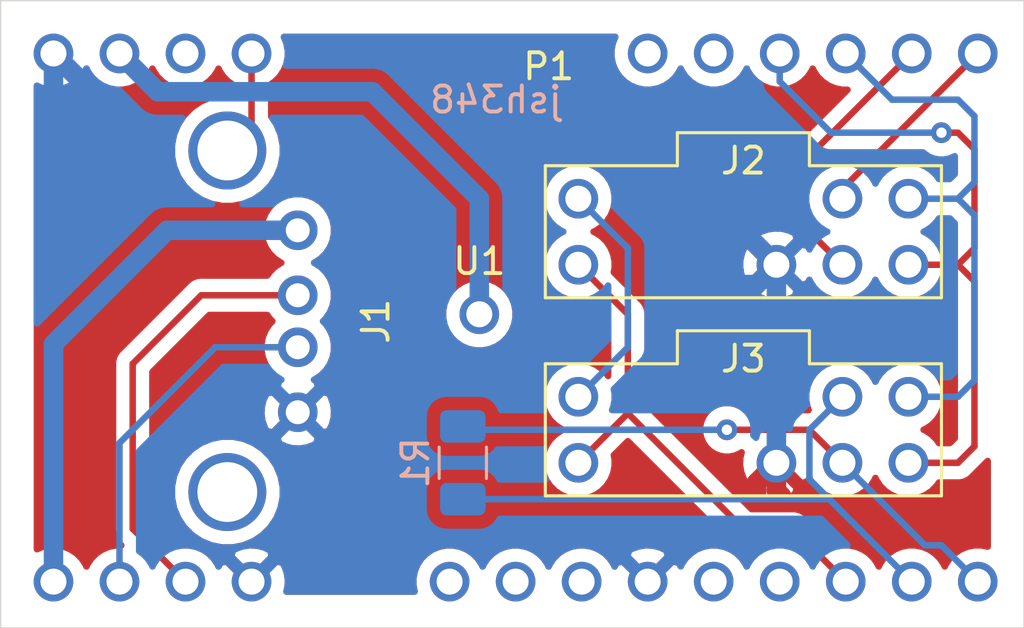
<source format=kicad_pcb>
(kicad_pcb (version 20171130) (host pcbnew "(5.1.0)-1")

  (general
    (thickness 1.6)
    (drawings 5)
    (tracks 81)
    (zones 0)
    (modules 6)
    (nets 15)
  )

  (page A4)
  (layers
    (0 F.Cu signal)
    (31 B.Cu signal)
    (32 B.Adhes user)
    (33 F.Adhes user)
    (34 B.Paste user)
    (35 F.Paste user)
    (36 B.SilkS user)
    (37 F.SilkS user)
    (38 B.Mask user)
    (39 F.Mask user)
    (40 Dwgs.User user)
    (41 Cmts.User user)
    (42 Eco1.User user)
    (43 Eco2.User user)
    (44 Edge.Cuts user)
    (45 Margin user)
    (46 B.CrtYd user)
    (47 F.CrtYd user)
    (48 B.Fab user)
    (49 F.Fab user)
  )

  (setup
    (last_trace_width 0.25)
    (user_trace_width 0.5)
    (user_trace_width 0.75)
    (trace_clearance 0.2)
    (zone_clearance 0.508)
    (zone_45_only no)
    (trace_min 0.2)
    (via_size 0.8)
    (via_drill 0.4)
    (via_min_size 0.4)
    (via_min_drill 0.3)
    (uvia_size 0.3)
    (uvia_drill 0.1)
    (uvias_allowed no)
    (uvia_min_size 0.2)
    (uvia_min_drill 0.1)
    (edge_width 0.05)
    (segment_width 0.2)
    (pcb_text_width 0.3)
    (pcb_text_size 1.5 1.5)
    (mod_edge_width 0.12)
    (mod_text_size 1 1)
    (mod_text_width 0.15)
    (pad_size 1.524 1.524)
    (pad_drill 0.762)
    (pad_to_mask_clearance 0.051)
    (solder_mask_min_width 0.25)
    (aux_axis_origin 0 0)
    (visible_elements 7FFFFFFF)
    (pcbplotparams
      (layerselection 0x010f0_ffffffff)
      (usegerberextensions false)
      (usegerberattributes false)
      (usegerberadvancedattributes false)
      (creategerberjobfile false)
      (excludeedgelayer true)
      (linewidth 0.100000)
      (plotframeref false)
      (viasonmask false)
      (mode 1)
      (useauxorigin false)
      (hpglpennumber 1)
      (hpglpenspeed 20)
      (hpglpendiameter 15.000000)
      (psnegative false)
      (psa4output false)
      (plotreference true)
      (plotvalue true)
      (plotinvisibletext false)
      (padsonsilk false)
      (subtractmaskfromsilk false)
      (outputformat 1)
      (mirror false)
      (drillshape 0)
      (scaleselection 1)
      (outputdirectory "Gerber/"))
  )

  (net 0 "")
  (net 1 /GND)
  (net 2 "Net-(J1-Pad3)")
  (net 3 "Net-(J1-Pad2)")
  (net 4 "Net-(J1-Pad1)")
  (net 5 /DFU)
  (net 6 /HTR)
  (net 7 /CAN1_H)
  (net 8 /CAN2_H)
  (net 9 /IGN)
  (net 10 /CAN1_L)
  (net 11 /CAN2_L)
  (net 12 /CAN1_L')
  (net 13 /CAN1_H')
  (net 14 /12VIN)

  (net_class Default "This is the default net class."
    (clearance 0.2)
    (trace_width 0.25)
    (via_dia 0.8)
    (via_drill 0.4)
    (uvia_dia 0.3)
    (uvia_drill 0.1)
    (add_net /12VIN)
    (add_net /CAN1_H)
    (add_net /CAN1_H')
    (add_net /CAN1_L)
    (add_net /CAN1_L')
    (add_net /CAN2_H)
    (add_net /CAN2_L)
    (add_net /DFU)
    (add_net /GND)
    (add_net /HTR)
    (add_net /IGN)
    (add_net "Net-(J1-Pad1)")
    (add_net "Net-(J1-Pad2)")
    (add_net "Net-(J1-Pad3)")
  )

  (module giraffe:panda (layer F.Cu) (tedit 5D3A0CF3) (tstamp 5D39FA90)
    (at 62.992 108.712)
    (path /5D39E9B2)
    (fp_text reference P1 (at 19.05 -19.82) (layer F.SilkS)
      (effects (font (size 1 1) (thickness 0.15)))
    )
    (fp_text value panda (at 19.05 -20.82) (layer F.Fab)
      (effects (font (size 1 1) (thickness 0.15)))
    )
    (pad 23 thru_hole circle (at 35.56 -20.32) (size 1.524 1.524) (drill 1) (layers *.Cu *.Mask)
      (net 7 /CAN1_H))
    (pad 22 thru_hole circle (at 33.02 -20.32) (size 1.524 1.524) (drill 1) (layers *.Cu *.Mask)
      (net 10 /CAN1_L))
    (pad 21 thru_hole circle (at 30.48 -20.32) (size 1.524 1.524) (drill 1) (layers *.Cu *.Mask)
      (net 8 /CAN2_H))
    (pad 20 thru_hole circle (at 27.94 -20.32) (size 1.524 1.524) (drill 1) (layers *.Cu *.Mask)
      (net 11 /CAN2_L))
    (pad 19 thru_hole circle (at 25.4 -20.32) (size 1.524 1.524) (drill 1) (layers *.Cu *.Mask))
    (pad 18 thru_hole circle (at 22.86 -20.32) (size 1.524 1.524) (drill 1) (layers *.Cu *.Mask))
    (pad 17 thru_hole circle (at 7.62 -20.32) (size 1.524 1.524) (drill 1) (layers *.Cu *.Mask)
      (net 5 /DFU))
    (pad 16 thru_hole circle (at 5.08 -20.32) (size 1.524 1.524) (drill 1) (layers *.Cu *.Mask))
    (pad 15 thru_hole circle (at 2.54 -20.32) (size 1.524 1.524) (drill 1) (layers *.Cu *.Mask)
      (net 14 /12VIN))
    (pad 14 thru_hole circle (at 0 -20.32) (size 1.524 1.524) (drill 1) (layers *.Cu *.Mask)
      (net 1 /GND))
    (pad 13 thru_hole circle (at 35.56 0) (size 1.524 1.524) (drill 1) (layers *.Cu *.Mask)
      (net 12 /CAN1_L'))
    (pad 12 thru_hole circle (at 33.02 0) (size 1.524 1.524) (drill 1) (layers *.Cu *.Mask)
      (net 13 /CAN1_H'))
    (pad 11 thru_hole circle (at 30.48 0) (size 1.524 1.524) (drill 1) (layers *.Cu *.Mask)
      (net 9 /IGN))
    (pad 10 thru_hole circle (at 27.94 0) (size 1.524 1.524) (drill 1) (layers *.Cu *.Mask))
    (pad 9 thru_hole circle (at 25.4 0) (size 1.524 1.524) (drill 1) (layers *.Cu *.Mask))
    (pad 8 thru_hole circle (at 22.86 0) (size 1.524 1.524) (drill 1) (layers *.Cu *.Mask)
      (net 1 /GND))
    (pad 7 thru_hole circle (at 20.32 0) (size 1.524 1.524) (drill 1) (layers *.Cu *.Mask))
    (pad 6 thru_hole circle (at 17.78 0) (size 1.524 1.524) (drill 1) (layers *.Cu *.Mask))
    (pad 5 thru_hole circle (at 15.24 0) (size 1.524 1.524) (drill 1) (layers *.Cu *.Mask))
    (pad 4 thru_hole circle (at 7.62 0) (size 1.524 1.524) (drill 1) (layers *.Cu *.Mask)
      (net 1 /GND))
    (pad 3 thru_hole circle (at 5.08 0) (size 1.524 1.524) (drill 1) (layers *.Cu *.Mask)
      (net 3 "Net-(J1-Pad2)"))
    (pad 2 thru_hole circle (at 2.54 0) (size 1.524 1.524) (drill 1) (layers *.Cu *.Mask)
      (net 2 "Net-(J1-Pad3)"))
    (pad 1 thru_hole circle (at 0 0) (size 1.524 1.524) (drill 1) (layers *.Cu *.Mask)
      (net 4 "Net-(J1-Pad1)"))
  )

  (module giraffe:12VIN (layer F.Cu) (tedit 5D3A05A2) (tstamp 5D3A2871)
    (at 79.375 98.425)
    (path /5D3CE919)
    (fp_text reference U1 (at 0 -2.04) (layer F.SilkS)
      (effects (font (size 1 1) (thickness 0.15)))
    )
    (fp_text value Power (at 0 -3.04) (layer F.Fab)
      (effects (font (size 1 1) (thickness 0.15)))
    )
    (pad ~ thru_hole circle (at 0 0) (size 1.524 1.524) (drill 1) (layers *.Cu *.Mask)
      (net 14 /12VIN))
  )

  (module giraffe:MobilEye (layer F.Cu) (tedit 5D39FE6A) (tstamp 5D39FA75)
    (at 89.535 104.14)
    (path /5D3A3B5E)
    (fp_text reference J3 (at 0 -4) (layer F.SilkS)
      (effects (font (size 1 1) (thickness 0.15)))
    )
    (fp_text value MOBILEEYE (at 0 -6) (layer F.Fab) hide
      (effects (font (size 1 1) (thickness 0.15)))
    )
    (fp_line (start 7.62 1.27) (end -7.62 1.27) (layer F.SilkS) (width 0.12))
    (fp_line (start 7.62 -3.81) (end 7.62 1.27) (layer F.SilkS) (width 0.12))
    (fp_line (start 2.54 -3.81) (end 7.62 -3.81) (layer F.SilkS) (width 0.12))
    (fp_line (start 2.54 -5.08) (end 2.54 -3.81) (layer F.SilkS) (width 0.12))
    (fp_line (start -2.54 -5.08) (end 2.54 -5.08) (layer F.SilkS) (width 0.12))
    (fp_line (start -2.54 -3.81) (end -2.54 -5.08) (layer F.SilkS) (width 0.12))
    (fp_line (start -7.62 -3.81) (end -2.54 -3.81) (layer F.SilkS) (width 0.12))
    (fp_line (start -7.62 1.27) (end -7.62 -3.81) (layer F.SilkS) (width 0.12))
    (pad 12 thru_hole circle (at 6.35 0) (size 1.524 1.524) (drill 1) (layers *.Cu *.Mask)
      (net 11 /CAN2_L))
    (pad 11 thru_hole circle (at 3.81 0) (size 1.524 1.524) (drill 1) (layers *.Cu *.Mask)
      (net 12 /CAN1_L'))
    (pad 10 thru_hole circle (at 1.27 0) (size 1.524 1.524) (drill 1) (layers *.Cu *.Mask)
      (net 1 /GND))
    (pad 7 thru_hole circle (at -6.35 0) (size 1.524 1.524) (drill 1) (layers *.Cu *.Mask)
      (net 9 /IGN))
    (pad 6 thru_hole circle (at 6.35 -2.54) (size 1.524 1.524) (drill 1) (layers *.Cu *.Mask)
      (net 8 /CAN2_H))
    (pad 5 thru_hole circle (at 3.81 -2.54) (size 1.524 1.524) (drill 1) (layers *.Cu *.Mask)
      (net 13 /CAN1_H'))
    (pad 1 thru_hole circle (at -6.35 -2.54) (size 1.524 1.524) (drill 1) (layers *.Cu *.Mask)
      (net 6 /HTR))
  )

  (module giraffe:MobilEye (layer F.Cu) (tedit 5D39FE6A) (tstamp 5D39FA65)
    (at 89.535 96.52)
    (path /5D3A2FFC)
    (fp_text reference J2 (at 0 -4) (layer F.SilkS)
      (effects (font (size 1 1) (thickness 0.15)))
    )
    (fp_text value MOBILEEYE (at 0 -6) (layer F.Fab) hide
      (effects (font (size 1 1) (thickness 0.15)))
    )
    (fp_line (start 7.62 1.27) (end -7.62 1.27) (layer F.SilkS) (width 0.12))
    (fp_line (start 7.62 -3.81) (end 7.62 1.27) (layer F.SilkS) (width 0.12))
    (fp_line (start 2.54 -3.81) (end 7.62 -3.81) (layer F.SilkS) (width 0.12))
    (fp_line (start 2.54 -5.08) (end 2.54 -3.81) (layer F.SilkS) (width 0.12))
    (fp_line (start -2.54 -5.08) (end 2.54 -5.08) (layer F.SilkS) (width 0.12))
    (fp_line (start -2.54 -3.81) (end -2.54 -5.08) (layer F.SilkS) (width 0.12))
    (fp_line (start -7.62 -3.81) (end -2.54 -3.81) (layer F.SilkS) (width 0.12))
    (fp_line (start -7.62 1.27) (end -7.62 -3.81) (layer F.SilkS) (width 0.12))
    (pad 12 thru_hole circle (at 6.35 0) (size 1.524 1.524) (drill 1) (layers *.Cu *.Mask)
      (net 11 /CAN2_L))
    (pad 11 thru_hole circle (at 3.81 0) (size 1.524 1.524) (drill 1) (layers *.Cu *.Mask)
      (net 10 /CAN1_L))
    (pad 10 thru_hole circle (at 1.27 0) (size 1.524 1.524) (drill 1) (layers *.Cu *.Mask)
      (net 1 /GND))
    (pad 7 thru_hole circle (at -6.35 0) (size 1.524 1.524) (drill 1) (layers *.Cu *.Mask)
      (net 9 /IGN))
    (pad 6 thru_hole circle (at 6.35 -2.54) (size 1.524 1.524) (drill 1) (layers *.Cu *.Mask)
      (net 8 /CAN2_H))
    (pad 5 thru_hole circle (at 3.81 -2.54) (size 1.524 1.524) (drill 1) (layers *.Cu *.Mask)
      (net 7 /CAN1_H))
    (pad 1 thru_hole circle (at -6.35 -2.54) (size 1.524 1.524) (drill 1) (layers *.Cu *.Mask)
      (net 6 /HTR))
  )

  (module giraffe:USB (layer F.Cu) (tedit 5D39F314) (tstamp 5D39FA55)
    (at 72.39 98.695 270)
    (path /5D3B6FC7)
    (fp_text reference J1 (at 0 -3 270) (layer F.SilkS)
      (effects (font (size 1 1) (thickness 0.15)))
    )
    (fp_text value USB_A (at 0 -4 270) (layer F.Fab)
      (effects (font (size 1 1) (thickness 0.15)))
    )
    (pad 4 thru_hole circle (at 3.5 0 270) (size 1.524 1.524) (drill 0.92) (layers *.Cu *.Mask)
      (net 1 /GND))
    (pad 3 thru_hole circle (at 1 0 270) (size 1.524 1.524) (drill 0.92) (layers *.Cu *.Mask)
      (net 2 "Net-(J1-Pad3)"))
    (pad 2 thru_hole circle (at -1 0 270) (size 1.524 1.524) (drill 0.92) (layers *.Cu *.Mask)
      (net 3 "Net-(J1-Pad2)"))
    (pad 1 thru_hole circle (at -3.5 0 270) (size 1.524 1.524) (drill 0.92) (layers *.Cu *.Mask)
      (net 4 "Net-(J1-Pad1)"))
    (pad 5 thru_hole circle (at -6.57 2.71 270) (size 3 3) (drill 2.3) (layers *.Cu *.Mask)
      (net 5 /DFU))
    (pad ~ thru_hole circle (at 6.57 2.71 270) (size 3 3) (drill 2.3) (layers *.Cu *.Mask))
  )

  (module Resistor_SMD:R_1206_3216Metric (layer B.Cu) (tedit 5B301BBD) (tstamp 5D39FAA1)
    (at 78.74 104.14 270)
    (descr "Resistor SMD 1206 (3216 Metric), square (rectangular) end terminal, IPC_7351 nominal, (Body size source: http://www.tortai-tech.com/upload/download/2011102023233369053.pdf), generated with kicad-footprint-generator")
    (tags resistor)
    (path /5D3A6708)
    (attr smd)
    (fp_text reference R1 (at 0 1.82 270) (layer B.SilkS)
      (effects (font (size 1 1) (thickness 0.15)) (justify mirror))
    )
    (fp_text value "120 ohm" (at 0 -1.82 270) (layer B.Fab)
      (effects (font (size 1 1) (thickness 0.15)) (justify mirror))
    )
    (fp_line (start -1.6 -0.8) (end -1.6 0.8) (layer B.Fab) (width 0.1))
    (fp_line (start -1.6 0.8) (end 1.6 0.8) (layer B.Fab) (width 0.1))
    (fp_line (start 1.6 0.8) (end 1.6 -0.8) (layer B.Fab) (width 0.1))
    (fp_line (start 1.6 -0.8) (end -1.6 -0.8) (layer B.Fab) (width 0.1))
    (fp_line (start -0.602064 0.91) (end 0.602064 0.91) (layer B.SilkS) (width 0.12))
    (fp_line (start -0.602064 -0.91) (end 0.602064 -0.91) (layer B.SilkS) (width 0.12))
    (fp_line (start -2.28 -1.12) (end -2.28 1.12) (layer B.CrtYd) (width 0.05))
    (fp_line (start -2.28 1.12) (end 2.28 1.12) (layer B.CrtYd) (width 0.05))
    (fp_line (start 2.28 1.12) (end 2.28 -1.12) (layer B.CrtYd) (width 0.05))
    (fp_line (start 2.28 -1.12) (end -2.28 -1.12) (layer B.CrtYd) (width 0.05))
    (fp_text user %R (at 0 0 270) (layer B.Fab)
      (effects (font (size 0.8 0.8) (thickness 0.12)) (justify mirror))
    )
    (pad 1 smd roundrect (at -1.4 0 270) (size 1.25 1.75) (layers B.Cu B.Paste B.Mask) (roundrect_rratio 0.2)
      (net 12 /CAN1_L'))
    (pad 2 smd roundrect (at 1.4 0 270) (size 1.25 1.75) (layers B.Cu B.Paste B.Mask) (roundrect_rratio 0.2)
      (net 13 /CAN1_H'))
    (model ${KISYS3DMOD}/Resistor_SMD.3dshapes/R_1206_3216Metric.wrl
      (at (xyz 0 0 0))
      (scale (xyz 1 1 1))
      (rotate (xyz 0 0 0))
    )
  )

  (gr_text jsh348 (at 80.01 90.17) (layer B.SilkS)
    (effects (font (size 1 1) (thickness 0.15)) (justify mirror))
  )
  (gr_line (start 60.96 110.49) (end 60.96 86.36) (layer Edge.Cuts) (width 0.05) (tstamp 5D3A2E26))
  (gr_line (start 100.33 110.49) (end 60.96 110.49) (layer Edge.Cuts) (width 0.05))
  (gr_line (start 100.33 86.36) (end 100.33 110.49) (layer Edge.Cuts) (width 0.05))
  (gr_line (start 60.96 86.36) (end 100.33 86.36) (layer Edge.Cuts) (width 0.05))

  (segment (start 62.992 88.392) (end 62.992 89.662) (width 0.75) (layer B.Cu) (net 1))
  (segment (start 62.992 88.392) (end 64.77 90.17) (width 0.75) (layer B.Cu) (net 1))
  (segment (start 90.805 96.52) (end 89.535 95.25) (width 0.75) (layer B.Cu) (net 1))
  (segment (start 90.043001 97.281999) (end 89.408001 97.281999) (width 0.75) (layer B.Cu) (net 1))
  (segment (start 90.805 96.52) (end 90.043001 97.281999) (width 0.75) (layer B.Cu) (net 1))
  (segment (start 90.805 103.06237) (end 90.805 96.52) (width 0.75) (layer B.Cu) (net 1))
  (segment (start 90.805 104.14) (end 90.805 103.06237) (width 0.75) (layer B.Cu) (net 1))
  (segment (start 90.043001 104.901999) (end 90.043001 105.283001) (width 0.75) (layer F.Cu) (net 1))
  (segment (start 90.805 104.14) (end 90.043001 104.901999) (width 0.75) (layer F.Cu) (net 1))
  (segment (start 90.805 105.21763) (end 90.99737 105.41) (width 0.75) (layer F.Cu) (net 1))
  (segment (start 90.805 104.14) (end 90.805 105.21763) (width 0.75) (layer F.Cu) (net 1))
  (segment (start 90.805 96.52) (end 89.535 97.79) (width 0.75) (layer F.Cu) (net 1))
  (segment (start 90.805 96.52) (end 88.265 93.98) (width 0.75) (layer F.Cu) (net 1))
  (segment (start 65.532 108.712) (end 65.532 103.378) (width 0.25) (layer B.Cu) (net 2))
  (segment (start 69.215 99.695) (end 72.39 99.695) (width 0.25) (layer B.Cu) (net 2))
  (segment (start 65.532 103.378) (end 69.215 99.695) (width 0.25) (layer B.Cu) (net 2))
  (segment (start 66.04 106.68) (end 66.04 100.33) (width 0.25) (layer F.Cu) (net 3))
  (segment (start 68.072 108.712) (end 66.04 106.68) (width 0.25) (layer F.Cu) (net 3))
  (segment (start 68.675 97.695) (end 72.39 97.695) (width 0.25) (layer F.Cu) (net 3))
  (segment (start 66.04 100.33) (end 68.675 97.695) (width 0.25) (layer F.Cu) (net 3))
  (segment (start 62.992 99.568) (end 62.992 108.712) (width 0.75) (layer B.Cu) (net 4))
  (segment (start 72.39 95.195) (end 67.365 95.195) (width 0.75) (layer B.Cu) (net 4))
  (segment (start 67.365 95.195) (end 62.992 99.568) (width 0.75) (layer B.Cu) (net 4))
  (segment (start 70.612 91.193) (end 69.68 92.125) (width 0.25) (layer F.Cu) (net 5))
  (segment (start 70.612 88.392) (end 70.612 91.193) (width 0.25) (layer F.Cu) (net 5))
  (segment (start 85.09 99.695) (end 83.185 101.6) (width 0.25) (layer B.Cu) (net 6))
  (segment (start 83.185 93.98) (end 85.09 95.885) (width 0.25) (layer B.Cu) (net 6))
  (segment (start 85.09 95.885) (end 85.09 99.695) (width 0.25) (layer B.Cu) (net 6))
  (segment (start 93.345 93.599) (end 93.345 93.98) (width 0.25) (layer F.Cu) (net 7))
  (segment (start 98.552 88.392) (end 93.345 93.599) (width 0.25) (layer F.Cu) (net 7))
  (segment (start 93.472 88.392) (end 95.25 90.17) (width 0.25) (layer B.Cu) (net 8))
  (segment (start 95.25 90.17) (end 97.79 90.17) (width 0.25) (layer B.Cu) (net 8))
  (segment (start 97.79 90.17) (end 98.425 90.805) (width 0.25) (layer B.Cu) (net 8))
  (segment (start 98.425 90.805) (end 98.425 93.345) (width 0.25) (layer B.Cu) (net 8))
  (segment (start 98.425 93.345) (end 97.79 93.98) (width 0.25) (layer B.Cu) (net 8))
  (segment (start 97.79 93.98) (end 95.885 93.98) (width 0.25) (layer B.Cu) (net 8))
  (segment (start 97.79 93.98) (end 98.425 94.615) (width 0.25) (layer B.Cu) (net 8))
  (segment (start 98.425 94.615) (end 98.425 100.965) (width 0.25) (layer B.Cu) (net 8))
  (segment (start 98.425 100.965) (end 97.79 101.6) (width 0.25) (layer B.Cu) (net 8))
  (segment (start 97.79 101.6) (end 95.885 101.6) (width 0.25) (layer B.Cu) (net 8))
  (segment (start 85.09 102.235) (end 83.185 104.14) (width 0.25) (layer F.Cu) (net 9))
  (segment (start 83.185 96.52) (end 85.09 98.425) (width 0.25) (layer F.Cu) (net 9))
  (segment (start 85.09 98.425) (end 85.09 102.235) (width 0.25) (layer F.Cu) (net 9))
  (segment (start 85.09 102.235) (end 89.535 106.68) (width 0.25) (layer F.Cu) (net 9))
  (segment (start 89.535 106.68) (end 91.44 106.68) (width 0.25) (layer F.Cu) (net 9))
  (segment (start 91.44 106.68) (end 93.472 108.712) (width 0.25) (layer F.Cu) (net 9))
  (segment (start 96.012 88.392) (end 91.44 92.964) (width 0.25) (layer F.Cu) (net 10))
  (segment (start 91.44 94.615) (end 93.345 96.52) (width 0.25) (layer F.Cu) (net 10))
  (segment (start 91.44 92.964) (end 91.44 94.615) (width 0.25) (layer F.Cu) (net 10))
  (segment (start 90.932 89.46963) (end 92.90237 91.44) (width 0.25) (layer B.Cu) (net 11))
  (segment (start 90.932 88.392) (end 90.932 89.46963) (width 0.25) (layer B.Cu) (net 11))
  (segment (start 98.425 92.075) (end 98.425 95.885) (width 0.25) (layer F.Cu) (net 11))
  (segment (start 98.425 95.885) (end 97.79 96.52) (width 0.25) (layer F.Cu) (net 11))
  (segment (start 97.79 96.52) (end 95.885 96.52) (width 0.25) (layer F.Cu) (net 11))
  (segment (start 97.79 96.52) (end 98.425 97.155) (width 0.25) (layer F.Cu) (net 11))
  (segment (start 98.425 97.155) (end 98.425 103.505) (width 0.25) (layer F.Cu) (net 11))
  (segment (start 98.425 103.505) (end 97.79 104.14) (width 0.25) (layer F.Cu) (net 11))
  (segment (start 97.79 104.14) (end 95.885 104.14) (width 0.25) (layer F.Cu) (net 11))
  (segment (start 92.90237 91.44) (end 97.155 91.44) (width 0.25) (layer B.Cu) (net 11))
  (via (at 97.155 91.44) (size 0.8) (drill 0.4) (layers F.Cu B.Cu) (net 11))
  (segment (start 97.155 91.44) (end 97.79 91.44) (width 0.25) (layer F.Cu) (net 11))
  (segment (start 97.79 91.44) (end 98.425 92.075) (width 0.25) (layer F.Cu) (net 11))
  (segment (start 93.345 104.14) (end 96.52 107.315) (width 0.25) (layer B.Cu) (net 12))
  (segment (start 97.155 107.315) (end 98.552 108.712) (width 0.25) (layer B.Cu) (net 12))
  (segment (start 96.52 107.315) (end 97.155 107.315) (width 0.25) (layer B.Cu) (net 12))
  (segment (start 93.345 104.14) (end 92.583001 103.378001) (width 0.25) (layer F.Cu) (net 12))
  (segment (start 92.583001 103.378001) (end 92.075 102.87) (width 0.25) (layer F.Cu) (net 12))
  (via (at 88.9 102.87) (size 0.8) (drill 0.4) (layers F.Cu B.Cu) (net 12))
  (segment (start 92.075 102.87) (end 88.9 102.87) (width 0.25) (layer F.Cu) (net 12))
  (segment (start 78.87 102.87) (end 78.74 102.74) (width 0.25) (layer B.Cu) (net 12))
  (segment (start 88.9 102.87) (end 78.87 102.87) (width 0.25) (layer B.Cu) (net 12))
  (segment (start 92.075 102.87) (end 93.345 101.6) (width 0.25) (layer B.Cu) (net 13))
  (segment (start 92.075 104.775) (end 92.075 102.87) (width 0.25) (layer B.Cu) (net 13))
  (segment (start 92.84 105.54) (end 93.345 106.045) (width 0.25) (layer B.Cu) (net 13))
  (segment (start 78.74 105.54) (end 92.84 105.54) (width 0.25) (layer B.Cu) (net 13))
  (segment (start 96.012 108.712) (end 93.345 106.045) (width 0.25) (layer B.Cu) (net 13))
  (segment (start 93.345 106.045) (end 92.075 104.775) (width 0.25) (layer B.Cu) (net 13))
  (segment (start 65.532 88.392) (end 67.0052 89.8652) (width 0.75) (layer B.Cu) (net 14))
  (segment (start 75.2602 89.8652) (end 79.375 93.98) (width 0.75) (layer B.Cu) (net 14))
  (segment (start 67.0052 89.8652) (end 75.2602 89.8652) (width 0.75) (layer B.Cu) (net 14))
  (segment (start 79.375 93.98) (end 79.375 98.425) (width 0.75) (layer B.Cu) (net 14))

  (zone (net 1) (net_name /GND) (layer F.Cu) (tstamp 5D3A2E2D) (hatch edge 0.508)
    (connect_pads (clearance 0.508))
    (min_thickness 0.254)
    (fill yes (arc_segments 32) (thermal_gap 0.508) (thermal_bridge_width 0.508))
    (polygon
      (pts
        (xy 62.23 87.63) (xy 99.06 87.63) (xy 99.06 109.22) (xy 62.23 109.22)
      )
    )
    (filled_polygon
      (pts
        (xy 84.508686 87.98451) (xy 84.455 88.254408) (xy 84.455 88.529592) (xy 84.508686 88.79949) (xy 84.613995 89.053727)
        (xy 84.76688 89.282535) (xy 84.961465 89.47712) (xy 85.190273 89.630005) (xy 85.44451 89.735314) (xy 85.714408 89.789)
        (xy 85.989592 89.789) (xy 86.25949 89.735314) (xy 86.513727 89.630005) (xy 86.742535 89.47712) (xy 86.93712 89.282535)
        (xy 87.090005 89.053727) (xy 87.122 88.976485) (xy 87.153995 89.053727) (xy 87.30688 89.282535) (xy 87.501465 89.47712)
        (xy 87.730273 89.630005) (xy 87.98451 89.735314) (xy 88.254408 89.789) (xy 88.529592 89.789) (xy 88.79949 89.735314)
        (xy 89.053727 89.630005) (xy 89.282535 89.47712) (xy 89.47712 89.282535) (xy 89.630005 89.053727) (xy 89.662 88.976485)
        (xy 89.693995 89.053727) (xy 89.84688 89.282535) (xy 90.041465 89.47712) (xy 90.270273 89.630005) (xy 90.52451 89.735314)
        (xy 90.794408 89.789) (xy 91.069592 89.789) (xy 91.33949 89.735314) (xy 91.593727 89.630005) (xy 91.822535 89.47712)
        (xy 92.01712 89.282535) (xy 92.170005 89.053727) (xy 92.202 88.976485) (xy 92.233995 89.053727) (xy 92.38688 89.282535)
        (xy 92.581465 89.47712) (xy 92.810273 89.630005) (xy 93.06451 89.735314) (xy 93.334408 89.789) (xy 93.540198 89.789)
        (xy 90.929003 92.400196) (xy 90.899999 92.423999) (xy 90.858144 92.475) (xy 90.805026 92.539724) (xy 90.752069 92.638799)
        (xy 90.734454 92.671754) (xy 90.690997 92.815015) (xy 90.68 92.926668) (xy 90.68 92.926678) (xy 90.676324 92.964)
        (xy 90.68 93.001323) (xy 90.680001 94.577668) (xy 90.676324 94.615) (xy 90.680001 94.652333) (xy 90.687553 94.729003)
        (xy 90.690998 94.763985) (xy 90.734454 94.907246) (xy 90.805026 95.039276) (xy 90.869708 95.11809) (xy 90.875179 95.124756)
        (xy 90.732983 95.11809) (xy 90.460867 95.159078) (xy 90.201977 95.252364) (xy 90.08602 95.314344) (xy 90.01904 95.554435)
        (xy 90.805 96.340395) (xy 90.819143 96.326253) (xy 90.998748 96.505858) (xy 90.984605 96.52) (xy 91.770565 97.30596)
        (xy 92.010656 97.23898) (xy 92.074485 97.10324) (xy 92.106995 97.181727) (xy 92.25988 97.410535) (xy 92.454465 97.60512)
        (xy 92.683273 97.758005) (xy 92.93751 97.863314) (xy 93.207408 97.917) (xy 93.482592 97.917) (xy 93.75249 97.863314)
        (xy 94.006727 97.758005) (xy 94.235535 97.60512) (xy 94.43012 97.410535) (xy 94.583005 97.181727) (xy 94.615 97.104485)
        (xy 94.646995 97.181727) (xy 94.79988 97.410535) (xy 94.994465 97.60512) (xy 95.223273 97.758005) (xy 95.47751 97.863314)
        (xy 95.747408 97.917) (xy 96.022592 97.917) (xy 96.29249 97.863314) (xy 96.546727 97.758005) (xy 96.775535 97.60512)
        (xy 96.97012 97.410535) (xy 97.057341 97.28) (xy 97.475199 97.28) (xy 97.665 97.469802) (xy 97.665001 103.190197)
        (xy 97.475199 103.38) (xy 97.057341 103.38) (xy 96.97012 103.249465) (xy 96.775535 103.05488) (xy 96.546727 102.901995)
        (xy 96.469485 102.87) (xy 96.546727 102.838005) (xy 96.775535 102.68512) (xy 96.97012 102.490535) (xy 97.123005 102.261727)
        (xy 97.228314 102.00749) (xy 97.282 101.737592) (xy 97.282 101.462408) (xy 97.228314 101.19251) (xy 97.123005 100.938273)
        (xy 96.97012 100.709465) (xy 96.775535 100.51488) (xy 96.546727 100.361995) (xy 96.29249 100.256686) (xy 96.022592 100.203)
        (xy 95.747408 100.203) (xy 95.47751 100.256686) (xy 95.223273 100.361995) (xy 94.994465 100.51488) (xy 94.79988 100.709465)
        (xy 94.646995 100.938273) (xy 94.615 101.015515) (xy 94.583005 100.938273) (xy 94.43012 100.709465) (xy 94.235535 100.51488)
        (xy 94.006727 100.361995) (xy 93.75249 100.256686) (xy 93.482592 100.203) (xy 93.207408 100.203) (xy 92.93751 100.256686)
        (xy 92.683273 100.361995) (xy 92.454465 100.51488) (xy 92.25988 100.709465) (xy 92.106995 100.938273) (xy 92.001686 101.19251)
        (xy 91.948 101.462408) (xy 91.948 101.737592) (xy 92.001686 102.00749) (xy 92.043894 102.109388) (xy 92.037678 102.11)
        (xy 89.603711 102.11) (xy 89.559774 102.066063) (xy 89.390256 101.952795) (xy 89.201898 101.874774) (xy 89.001939 101.835)
        (xy 88.798061 101.835) (xy 88.598102 101.874774) (xy 88.409744 101.952795) (xy 88.240226 102.066063) (xy 88.096063 102.210226)
        (xy 87.982795 102.379744) (xy 87.904774 102.568102) (xy 87.865 102.768061) (xy 87.865 102.971939) (xy 87.904774 103.171898)
        (xy 87.982795 103.360256) (xy 88.096063 103.529774) (xy 88.240226 103.673937) (xy 88.409744 103.787205) (xy 88.598102 103.865226)
        (xy 88.798061 103.905) (xy 89.001939 103.905) (xy 89.201898 103.865226) (xy 89.390256 103.787205) (xy 89.46568 103.736808)
        (xy 89.415977 103.937135) (xy 89.40309 104.212017) (xy 89.444078 104.484133) (xy 89.537364 104.743023) (xy 89.599344 104.85898)
        (xy 89.839435 104.92596) (xy 90.625395 104.14) (xy 90.611253 104.125858) (xy 90.790858 103.946253) (xy 90.805 103.960395)
        (xy 90.819143 103.946253) (xy 90.998748 104.125858) (xy 90.984605 104.14) (xy 91.770565 104.92596) (xy 92.010656 104.85898)
        (xy 92.074485 104.72324) (xy 92.106995 104.801727) (xy 92.25988 105.030535) (xy 92.454465 105.22512) (xy 92.683273 105.378005)
        (xy 92.93751 105.483314) (xy 93.207408 105.537) (xy 93.482592 105.537) (xy 93.75249 105.483314) (xy 94.006727 105.378005)
        (xy 94.235535 105.22512) (xy 94.43012 105.030535) (xy 94.583005 104.801727) (xy 94.615 104.724485) (xy 94.646995 104.801727)
        (xy 94.79988 105.030535) (xy 94.994465 105.22512) (xy 95.223273 105.378005) (xy 95.47751 105.483314) (xy 95.747408 105.537)
        (xy 96.022592 105.537) (xy 96.29249 105.483314) (xy 96.546727 105.378005) (xy 96.775535 105.22512) (xy 96.97012 105.030535)
        (xy 97.057341 104.9) (xy 97.752678 104.9) (xy 97.79 104.903676) (xy 97.827322 104.9) (xy 97.827333 104.9)
        (xy 97.938986 104.889003) (xy 98.082247 104.845546) (xy 98.214276 104.774974) (xy 98.330001 104.680001) (xy 98.353803 104.650998)
        (xy 98.933 104.071802) (xy 98.933 107.363417) (xy 98.689592 107.315) (xy 98.414408 107.315) (xy 98.14451 107.368686)
        (xy 97.890273 107.473995) (xy 97.661465 107.62688) (xy 97.46688 107.821465) (xy 97.313995 108.050273) (xy 97.282 108.127515)
        (xy 97.250005 108.050273) (xy 97.09712 107.821465) (xy 96.902535 107.62688) (xy 96.673727 107.473995) (xy 96.41949 107.368686)
        (xy 96.149592 107.315) (xy 95.874408 107.315) (xy 95.60451 107.368686) (xy 95.350273 107.473995) (xy 95.121465 107.62688)
        (xy 94.92688 107.821465) (xy 94.773995 108.050273) (xy 94.742 108.127515) (xy 94.710005 108.050273) (xy 94.55712 107.821465)
        (xy 94.362535 107.62688) (xy 94.133727 107.473995) (xy 93.87949 107.368686) (xy 93.609592 107.315) (xy 93.334408 107.315)
        (xy 93.18043 107.345628) (xy 92.003804 106.169003) (xy 91.980001 106.139999) (xy 91.864276 106.045026) (xy 91.732247 105.974454)
        (xy 91.588986 105.930997) (xy 91.477333 105.92) (xy 91.477322 105.92) (xy 91.44 105.916324) (xy 91.402678 105.92)
        (xy 89.849802 105.92) (xy 89.035367 105.105565) (xy 90.01904 105.105565) (xy 90.08602 105.345656) (xy 90.335048 105.462756)
        (xy 90.602135 105.529023) (xy 90.877017 105.54191) (xy 91.149133 105.500922) (xy 91.408023 105.407636) (xy 91.52398 105.345656)
        (xy 91.59096 105.105565) (xy 90.805 104.319605) (xy 90.01904 105.105565) (xy 89.035367 105.105565) (xy 85.85 101.920199)
        (xy 85.85 98.462323) (xy 85.853676 98.425) (xy 85.85 98.387677) (xy 85.85 98.387667) (xy 85.839003 98.276014)
        (xy 85.795546 98.132753) (xy 85.724974 98.000724) (xy 85.630001 97.884999) (xy 85.601004 97.861202) (xy 85.225367 97.485565)
        (xy 90.01904 97.485565) (xy 90.08602 97.725656) (xy 90.335048 97.842756) (xy 90.602135 97.909023) (xy 90.877017 97.92191)
        (xy 91.149133 97.880922) (xy 91.408023 97.787636) (xy 91.52398 97.725656) (xy 91.59096 97.485565) (xy 90.805 96.699605)
        (xy 90.01904 97.485565) (xy 85.225367 97.485565) (xy 84.551372 96.81157) (xy 84.582 96.657592) (xy 84.582 96.592017)
        (xy 89.40309 96.592017) (xy 89.444078 96.864133) (xy 89.537364 97.123023) (xy 89.599344 97.23898) (xy 89.839435 97.30596)
        (xy 90.625395 96.52) (xy 89.839435 95.73404) (xy 89.599344 95.80102) (xy 89.482244 96.050048) (xy 89.415977 96.317135)
        (xy 89.40309 96.592017) (xy 84.582 96.592017) (xy 84.582 96.382408) (xy 84.528314 96.11251) (xy 84.423005 95.858273)
        (xy 84.27012 95.629465) (xy 84.075535 95.43488) (xy 83.846727 95.281995) (xy 83.769485 95.25) (xy 83.846727 95.218005)
        (xy 84.075535 95.06512) (xy 84.27012 94.870535) (xy 84.423005 94.641727) (xy 84.528314 94.38749) (xy 84.582 94.117592)
        (xy 84.582 93.842408) (xy 84.528314 93.57251) (xy 84.423005 93.318273) (xy 84.27012 93.089465) (xy 84.075535 92.89488)
        (xy 83.846727 92.741995) (xy 83.59249 92.636686) (xy 83.322592 92.583) (xy 83.047408 92.583) (xy 82.77751 92.636686)
        (xy 82.523273 92.741995) (xy 82.294465 92.89488) (xy 82.09988 93.089465) (xy 81.946995 93.318273) (xy 81.841686 93.57251)
        (xy 81.788 93.842408) (xy 81.788 94.117592) (xy 81.841686 94.38749) (xy 81.946995 94.641727) (xy 82.09988 94.870535)
        (xy 82.294465 95.06512) (xy 82.523273 95.218005) (xy 82.600515 95.25) (xy 82.523273 95.281995) (xy 82.294465 95.43488)
        (xy 82.09988 95.629465) (xy 81.946995 95.858273) (xy 81.841686 96.11251) (xy 81.788 96.382408) (xy 81.788 96.657592)
        (xy 81.841686 96.92749) (xy 81.946995 97.181727) (xy 82.09988 97.410535) (xy 82.294465 97.60512) (xy 82.523273 97.758005)
        (xy 82.77751 97.863314) (xy 83.047408 97.917) (xy 83.322592 97.917) (xy 83.47657 97.886372) (xy 84.33 98.739802)
        (xy 84.330001 100.799082) (xy 84.27012 100.709465) (xy 84.075535 100.51488) (xy 83.846727 100.361995) (xy 83.59249 100.256686)
        (xy 83.322592 100.203) (xy 83.047408 100.203) (xy 82.77751 100.256686) (xy 82.523273 100.361995) (xy 82.294465 100.51488)
        (xy 82.09988 100.709465) (xy 81.946995 100.938273) (xy 81.841686 101.19251) (xy 81.788 101.462408) (xy 81.788 101.737592)
        (xy 81.841686 102.00749) (xy 81.946995 102.261727) (xy 82.09988 102.490535) (xy 82.294465 102.68512) (xy 82.523273 102.838005)
        (xy 82.600515 102.87) (xy 82.523273 102.901995) (xy 82.294465 103.05488) (xy 82.09988 103.249465) (xy 81.946995 103.478273)
        (xy 81.841686 103.73251) (xy 81.788 104.002408) (xy 81.788 104.277592) (xy 81.841686 104.54749) (xy 81.946995 104.801727)
        (xy 82.09988 105.030535) (xy 82.294465 105.22512) (xy 82.523273 105.378005) (xy 82.77751 105.483314) (xy 83.047408 105.537)
        (xy 83.322592 105.537) (xy 83.59249 105.483314) (xy 83.846727 105.378005) (xy 84.075535 105.22512) (xy 84.27012 105.030535)
        (xy 84.423005 104.801727) (xy 84.528314 104.54749) (xy 84.582 104.277592) (xy 84.582 104.002408) (xy 84.551372 103.84843)
        (xy 85.09 103.309801) (xy 88.9712 107.191002) (xy 88.994999 107.220001) (xy 89.110724 107.314974) (xy 89.242753 107.385546)
        (xy 89.386014 107.429003) (xy 89.497667 107.44) (xy 89.497676 107.44) (xy 89.534999 107.443676) (xy 89.572322 107.44)
        (xy 90.352344 107.44) (xy 90.270273 107.473995) (xy 90.041465 107.62688) (xy 89.84688 107.821465) (xy 89.693995 108.050273)
        (xy 89.662 108.127515) (xy 89.630005 108.050273) (xy 89.47712 107.821465) (xy 89.282535 107.62688) (xy 89.053727 107.473995)
        (xy 88.79949 107.368686) (xy 88.529592 107.315) (xy 88.254408 107.315) (xy 87.98451 107.368686) (xy 87.730273 107.473995)
        (xy 87.501465 107.62688) (xy 87.30688 107.821465) (xy 87.153995 108.050273) (xy 87.124308 108.121943) (xy 87.119636 108.108977)
        (xy 87.057656 107.99302) (xy 86.817565 107.92604) (xy 86.031605 108.712) (xy 86.045748 108.726143) (xy 85.866143 108.905748)
        (xy 85.852 108.891605) (xy 85.837858 108.905748) (xy 85.658253 108.726143) (xy 85.672395 108.712) (xy 84.886435 107.92604)
        (xy 84.646344 107.99302) (xy 84.582515 108.12876) (xy 84.550005 108.050273) (xy 84.39712 107.821465) (xy 84.32209 107.746435)
        (xy 85.06604 107.746435) (xy 85.852 108.532395) (xy 86.63796 107.746435) (xy 86.57098 107.506344) (xy 86.321952 107.389244)
        (xy 86.054865 107.322977) (xy 85.779983 107.31009) (xy 85.507867 107.351078) (xy 85.248977 107.444364) (xy 85.13302 107.506344)
        (xy 85.06604 107.746435) (xy 84.32209 107.746435) (xy 84.202535 107.62688) (xy 83.973727 107.473995) (xy 83.71949 107.368686)
        (xy 83.449592 107.315) (xy 83.174408 107.315) (xy 82.90451 107.368686) (xy 82.650273 107.473995) (xy 82.421465 107.62688)
        (xy 82.22688 107.821465) (xy 82.073995 108.050273) (xy 82.042 108.127515) (xy 82.010005 108.050273) (xy 81.85712 107.821465)
        (xy 81.662535 107.62688) (xy 81.433727 107.473995) (xy 81.17949 107.368686) (xy 80.909592 107.315) (xy 80.634408 107.315)
        (xy 80.36451 107.368686) (xy 80.110273 107.473995) (xy 79.881465 107.62688) (xy 79.68688 107.821465) (xy 79.533995 108.050273)
        (xy 79.502 108.127515) (xy 79.470005 108.050273) (xy 79.31712 107.821465) (xy 79.122535 107.62688) (xy 78.893727 107.473995)
        (xy 78.63949 107.368686) (xy 78.369592 107.315) (xy 78.094408 107.315) (xy 77.82451 107.368686) (xy 77.570273 107.473995)
        (xy 77.341465 107.62688) (xy 77.14688 107.821465) (xy 76.993995 108.050273) (xy 76.888686 108.30451) (xy 76.835 108.574408)
        (xy 76.835 108.849592) (xy 76.883417 109.093) (xy 71.956826 109.093) (xy 72.001023 108.914865) (xy 72.01391 108.639983)
        (xy 71.972922 108.367867) (xy 71.879636 108.108977) (xy 71.817656 107.99302) (xy 71.577565 107.92604) (xy 70.791605 108.712)
        (xy 70.805748 108.726143) (xy 70.626143 108.905748) (xy 70.612 108.891605) (xy 70.597858 108.905748) (xy 70.418253 108.726143)
        (xy 70.432395 108.712) (xy 69.646435 107.92604) (xy 69.406344 107.99302) (xy 69.342515 108.12876) (xy 69.310005 108.050273)
        (xy 69.15712 107.821465) (xy 69.08209 107.746435) (xy 69.82604 107.746435) (xy 70.612 108.532395) (xy 71.39796 107.746435)
        (xy 71.33098 107.506344) (xy 71.081952 107.389244) (xy 70.814865 107.322977) (xy 70.539983 107.31009) (xy 70.267867 107.351078)
        (xy 70.008977 107.444364) (xy 69.89302 107.506344) (xy 69.82604 107.746435) (xy 69.08209 107.746435) (xy 68.962535 107.62688)
        (xy 68.733727 107.473995) (xy 68.47949 107.368686) (xy 68.209592 107.315) (xy 67.934408 107.315) (xy 67.78043 107.345628)
        (xy 66.8 106.365199) (xy 66.8 105.054721) (xy 67.545 105.054721) (xy 67.545 105.475279) (xy 67.627047 105.887756)
        (xy 67.787988 106.276302) (xy 68.021637 106.625983) (xy 68.319017 106.923363) (xy 68.668698 107.157012) (xy 69.057244 107.317953)
        (xy 69.469721 107.4) (xy 69.890279 107.4) (xy 70.302756 107.317953) (xy 70.691302 107.157012) (xy 71.040983 106.923363)
        (xy 71.338363 106.625983) (xy 71.572012 106.276302) (xy 71.732953 105.887756) (xy 71.815 105.475279) (xy 71.815 105.054721)
        (xy 71.732953 104.642244) (xy 71.572012 104.253698) (xy 71.338363 103.904017) (xy 71.040983 103.606637) (xy 70.691302 103.372988)
        (xy 70.302756 103.212047) (xy 70.04394 103.160565) (xy 71.60404 103.160565) (xy 71.67102 103.400656) (xy 71.920048 103.517756)
        (xy 72.187135 103.584023) (xy 72.462017 103.59691) (xy 72.734133 103.555922) (xy 72.993023 103.462636) (xy 73.10898 103.400656)
        (xy 73.17596 103.160565) (xy 72.39 102.374605) (xy 71.60404 103.160565) (xy 70.04394 103.160565) (xy 69.890279 103.13)
        (xy 69.469721 103.13) (xy 69.057244 103.212047) (xy 68.668698 103.372988) (xy 68.319017 103.606637) (xy 68.021637 103.904017)
        (xy 67.787988 104.253698) (xy 67.627047 104.642244) (xy 67.545 105.054721) (xy 66.8 105.054721) (xy 66.8 102.267017)
        (xy 70.98809 102.267017) (xy 71.029078 102.539133) (xy 71.122364 102.798023) (xy 71.184344 102.91398) (xy 71.424435 102.98096)
        (xy 72.210395 102.195) (xy 72.569605 102.195) (xy 73.355565 102.98096) (xy 73.595656 102.91398) (xy 73.712756 102.664952)
        (xy 73.779023 102.397865) (xy 73.79191 102.122983) (xy 73.750922 101.850867) (xy 73.657636 101.591977) (xy 73.595656 101.47602)
        (xy 73.355565 101.40904) (xy 72.569605 102.195) (xy 72.210395 102.195) (xy 71.424435 101.40904) (xy 71.184344 101.47602)
        (xy 71.067244 101.725048) (xy 71.000977 101.992135) (xy 70.98809 102.267017) (xy 66.8 102.267017) (xy 66.8 100.644801)
        (xy 68.989802 98.455) (xy 71.217659 98.455) (xy 71.30488 98.585535) (xy 71.414345 98.695) (xy 71.30488 98.804465)
        (xy 71.151995 99.033273) (xy 71.046686 99.28751) (xy 70.993 99.557408) (xy 70.993 99.832592) (xy 71.046686 100.10249)
        (xy 71.151995 100.356727) (xy 71.30488 100.585535) (xy 71.499465 100.78012) (xy 71.728273 100.933005) (xy 71.755401 100.944242)
        (xy 71.67102 100.989344) (xy 71.60404 101.229435) (xy 72.39 102.015395) (xy 73.17596 101.229435) (xy 73.10898 100.989344)
        (xy 73.018467 100.946782) (xy 73.051727 100.933005) (xy 73.280535 100.78012) (xy 73.47512 100.585535) (xy 73.628005 100.356727)
        (xy 73.733314 100.10249) (xy 73.787 99.832592) (xy 73.787 99.557408) (xy 73.733314 99.28751) (xy 73.628005 99.033273)
        (xy 73.47512 98.804465) (xy 73.365655 98.695) (xy 73.47512 98.585535) (xy 73.628005 98.356727) (xy 73.656718 98.287408)
        (xy 77.978 98.287408) (xy 77.978 98.562592) (xy 78.031686 98.83249) (xy 78.136995 99.086727) (xy 78.28988 99.315535)
        (xy 78.484465 99.51012) (xy 78.713273 99.663005) (xy 78.96751 99.768314) (xy 79.237408 99.822) (xy 79.512592 99.822)
        (xy 79.78249 99.768314) (xy 80.036727 99.663005) (xy 80.265535 99.51012) (xy 80.46012 99.315535) (xy 80.613005 99.086727)
        (xy 80.718314 98.83249) (xy 80.772 98.562592) (xy 80.772 98.287408) (xy 80.718314 98.01751) (xy 80.613005 97.763273)
        (xy 80.46012 97.534465) (xy 80.265535 97.33988) (xy 80.036727 97.186995) (xy 79.78249 97.081686) (xy 79.512592 97.028)
        (xy 79.237408 97.028) (xy 78.96751 97.081686) (xy 78.713273 97.186995) (xy 78.484465 97.33988) (xy 78.28988 97.534465)
        (xy 78.136995 97.763273) (xy 78.031686 98.01751) (xy 77.978 98.287408) (xy 73.656718 98.287408) (xy 73.733314 98.10249)
        (xy 73.787 97.832592) (xy 73.787 97.557408) (xy 73.733314 97.28751) (xy 73.628005 97.033273) (xy 73.47512 96.804465)
        (xy 73.280535 96.60988) (xy 73.051727 96.456995) (xy 73.022769 96.445) (xy 73.051727 96.433005) (xy 73.280535 96.28012)
        (xy 73.47512 96.085535) (xy 73.628005 95.856727) (xy 73.733314 95.60249) (xy 73.787 95.332592) (xy 73.787 95.057408)
        (xy 73.733314 94.78751) (xy 73.628005 94.533273) (xy 73.47512 94.304465) (xy 73.280535 94.10988) (xy 73.051727 93.956995)
        (xy 72.79749 93.851686) (xy 72.527592 93.798) (xy 72.252408 93.798) (xy 71.98251 93.851686) (xy 71.728273 93.956995)
        (xy 71.499465 94.10988) (xy 71.30488 94.304465) (xy 71.151995 94.533273) (xy 71.046686 94.78751) (xy 70.993 95.057408)
        (xy 70.993 95.332592) (xy 71.046686 95.60249) (xy 71.151995 95.856727) (xy 71.30488 96.085535) (xy 71.499465 96.28012)
        (xy 71.728273 96.433005) (xy 71.757231 96.445) (xy 71.728273 96.456995) (xy 71.499465 96.60988) (xy 71.30488 96.804465)
        (xy 71.217659 96.935) (xy 68.712325 96.935) (xy 68.675 96.931324) (xy 68.637675 96.935) (xy 68.637667 96.935)
        (xy 68.526014 96.945997) (xy 68.382753 96.989454) (xy 68.250724 97.060026) (xy 68.134999 97.154999) (xy 68.111201 97.183997)
        (xy 65.528998 99.766201) (xy 65.5 99.789999) (xy 65.476202 99.818997) (xy 65.476201 99.818998) (xy 65.405026 99.905724)
        (xy 65.334454 100.037754) (xy 65.290998 100.181015) (xy 65.276324 100.33) (xy 65.280001 100.367332) (xy 65.28 106.642677)
        (xy 65.276324 106.68) (xy 65.28 106.717322) (xy 65.28 106.717332) (xy 65.290997 106.828985) (xy 65.319626 106.923363)
        (xy 65.334454 106.972246) (xy 65.405026 107.104276) (xy 65.444871 107.152826) (xy 65.499999 107.220001) (xy 65.529003 107.243804)
        (xy 65.600199 107.315) (xy 65.394408 107.315) (xy 65.12451 107.368686) (xy 64.870273 107.473995) (xy 64.641465 107.62688)
        (xy 64.44688 107.821465) (xy 64.293995 108.050273) (xy 64.262 108.127515) (xy 64.230005 108.050273) (xy 64.07712 107.821465)
        (xy 63.882535 107.62688) (xy 63.653727 107.473995) (xy 63.39949 107.368686) (xy 63.129592 107.315) (xy 62.854408 107.315)
        (xy 62.58451 107.368686) (xy 62.357 107.462924) (xy 62.357 89.637146) (xy 62.522048 89.714756) (xy 62.789135 89.781023)
        (xy 63.064017 89.79391) (xy 63.336133 89.752922) (xy 63.595023 89.659636) (xy 63.71098 89.597656) (xy 63.77796 89.357565)
        (xy 62.992 88.571605) (xy 62.977858 88.585748) (xy 62.798253 88.406143) (xy 62.812395 88.392) (xy 62.798253 88.377858)
        (xy 62.977858 88.198253) (xy 62.992 88.212395) (xy 63.006143 88.198253) (xy 63.185748 88.377858) (xy 63.171605 88.392)
        (xy 63.957565 89.17796) (xy 64.197656 89.11098) (xy 64.261485 88.97524) (xy 64.293995 89.053727) (xy 64.44688 89.282535)
        (xy 64.641465 89.47712) (xy 64.870273 89.630005) (xy 65.12451 89.735314) (xy 65.394408 89.789) (xy 65.669592 89.789)
        (xy 65.93949 89.735314) (xy 66.193727 89.630005) (xy 66.422535 89.47712) (xy 66.61712 89.282535) (xy 66.770005 89.053727)
        (xy 66.802 88.976485) (xy 66.833995 89.053727) (xy 66.98688 89.282535) (xy 67.181465 89.47712) (xy 67.410273 89.630005)
        (xy 67.66451 89.735314) (xy 67.934408 89.789) (xy 68.209592 89.789) (xy 68.47949 89.735314) (xy 68.733727 89.630005)
        (xy 68.962535 89.47712) (xy 69.15712 89.282535) (xy 69.310005 89.053727) (xy 69.342 88.976485) (xy 69.373995 89.053727)
        (xy 69.52688 89.282535) (xy 69.721465 89.47712) (xy 69.852 89.564341) (xy 69.852001 89.99) (xy 69.469721 89.99)
        (xy 69.057244 90.072047) (xy 68.668698 90.232988) (xy 68.319017 90.466637) (xy 68.021637 90.764017) (xy 67.787988 91.113698)
        (xy 67.627047 91.502244) (xy 67.545 91.914721) (xy 67.545 92.335279) (xy 67.627047 92.747756) (xy 67.787988 93.136302)
        (xy 68.021637 93.485983) (xy 68.319017 93.783363) (xy 68.668698 94.017012) (xy 69.057244 94.177953) (xy 69.469721 94.26)
        (xy 69.890279 94.26) (xy 70.302756 94.177953) (xy 70.691302 94.017012) (xy 71.040983 93.783363) (xy 71.338363 93.485983)
        (xy 71.572012 93.136302) (xy 71.732953 92.747756) (xy 71.815 92.335279) (xy 71.815 91.914721) (xy 71.732953 91.502244)
        (xy 71.572012 91.113698) (xy 71.372 90.814358) (xy 71.372 89.564341) (xy 71.502535 89.47712) (xy 71.69712 89.282535)
        (xy 71.850005 89.053727) (xy 71.955314 88.79949) (xy 72.009 88.529592) (xy 72.009 88.254408) (xy 71.955314 87.98451)
        (xy 71.861076 87.757) (xy 84.602924 87.757)
      )
    )
  )
  (zone (net 1) (net_name /GND) (layer B.Cu) (tstamp 5D3A2E2A) (hatch edge 0.508)
    (connect_pads (clearance 0.508))
    (min_thickness 0.254)
    (fill yes (arc_segments 32) (thermal_gap 0.508) (thermal_bridge_width 0.508))
    (polygon
      (pts
        (xy 62.23 87.63) (xy 99.06 87.63) (xy 99.06 109.22) (xy 62.23 109.22)
      )
    )
    (filled_polygon
      (pts
        (xy 84.508686 87.98451) (xy 84.455 88.254408) (xy 84.455 88.529592) (xy 84.508686 88.79949) (xy 84.613995 89.053727)
        (xy 84.76688 89.282535) (xy 84.961465 89.47712) (xy 85.190273 89.630005) (xy 85.44451 89.735314) (xy 85.714408 89.789)
        (xy 85.989592 89.789) (xy 86.25949 89.735314) (xy 86.513727 89.630005) (xy 86.742535 89.47712) (xy 86.93712 89.282535)
        (xy 87.090005 89.053727) (xy 87.122 88.976485) (xy 87.153995 89.053727) (xy 87.30688 89.282535) (xy 87.501465 89.47712)
        (xy 87.730273 89.630005) (xy 87.98451 89.735314) (xy 88.254408 89.789) (xy 88.529592 89.789) (xy 88.79949 89.735314)
        (xy 89.053727 89.630005) (xy 89.282535 89.47712) (xy 89.47712 89.282535) (xy 89.630005 89.053727) (xy 89.662 88.976485)
        (xy 89.693995 89.053727) (xy 89.84688 89.282535) (xy 90.041465 89.47712) (xy 90.178051 89.568384) (xy 90.182998 89.618615)
        (xy 90.226454 89.761876) (xy 90.297026 89.893906) (xy 90.368201 89.980632) (xy 90.392 90.009631) (xy 90.420998 90.033429)
        (xy 92.338571 91.951003) (xy 92.362369 91.980001) (xy 92.391367 92.003799) (xy 92.478093 92.074974) (xy 92.610123 92.145546)
        (xy 92.753384 92.189003) (xy 92.865037 92.2) (xy 92.865047 92.2) (xy 92.90237 92.203676) (xy 92.939693 92.2)
        (xy 96.451289 92.2) (xy 96.495226 92.243937) (xy 96.664744 92.357205) (xy 96.853102 92.435226) (xy 97.053061 92.475)
        (xy 97.256939 92.475) (xy 97.456898 92.435226) (xy 97.645256 92.357205) (xy 97.665001 92.344012) (xy 97.665001 93.030197)
        (xy 97.475199 93.22) (xy 97.057341 93.22) (xy 96.97012 93.089465) (xy 96.775535 92.89488) (xy 96.546727 92.741995)
        (xy 96.29249 92.636686) (xy 96.022592 92.583) (xy 95.747408 92.583) (xy 95.47751 92.636686) (xy 95.223273 92.741995)
        (xy 94.994465 92.89488) (xy 94.79988 93.089465) (xy 94.646995 93.318273) (xy 94.615 93.395515) (xy 94.583005 93.318273)
        (xy 94.43012 93.089465) (xy 94.235535 92.89488) (xy 94.006727 92.741995) (xy 93.75249 92.636686) (xy 93.482592 92.583)
        (xy 93.207408 92.583) (xy 92.93751 92.636686) (xy 92.683273 92.741995) (xy 92.454465 92.89488) (xy 92.25988 93.089465)
        (xy 92.106995 93.318273) (xy 92.001686 93.57251) (xy 91.948 93.842408) (xy 91.948 94.117592) (xy 92.001686 94.38749)
        (xy 92.106995 94.641727) (xy 92.25988 94.870535) (xy 92.454465 95.06512) (xy 92.683273 95.218005) (xy 92.760515 95.25)
        (xy 92.683273 95.281995) (xy 92.454465 95.43488) (xy 92.25988 95.629465) (xy 92.106995 95.858273) (xy 92.077308 95.929943)
        (xy 92.072636 95.916977) (xy 92.010656 95.80102) (xy 91.770565 95.73404) (xy 90.984605 96.52) (xy 91.770565 97.30596)
        (xy 92.010656 97.23898) (xy 92.074485 97.10324) (xy 92.106995 97.181727) (xy 92.25988 97.410535) (xy 92.454465 97.60512)
        (xy 92.683273 97.758005) (xy 92.93751 97.863314) (xy 93.207408 97.917) (xy 93.482592 97.917) (xy 93.75249 97.863314)
        (xy 94.006727 97.758005) (xy 94.235535 97.60512) (xy 94.43012 97.410535) (xy 94.583005 97.181727) (xy 94.615 97.104485)
        (xy 94.646995 97.181727) (xy 94.79988 97.410535) (xy 94.994465 97.60512) (xy 95.223273 97.758005) (xy 95.47751 97.863314)
        (xy 95.747408 97.917) (xy 96.022592 97.917) (xy 96.29249 97.863314) (xy 96.546727 97.758005) (xy 96.775535 97.60512)
        (xy 96.97012 97.410535) (xy 97.123005 97.181727) (xy 97.228314 96.92749) (xy 97.282 96.657592) (xy 97.282 96.382408)
        (xy 97.228314 96.11251) (xy 97.123005 95.858273) (xy 96.97012 95.629465) (xy 96.775535 95.43488) (xy 96.546727 95.281995)
        (xy 96.469485 95.25) (xy 96.546727 95.218005) (xy 96.775535 95.06512) (xy 96.97012 94.870535) (xy 97.057341 94.74)
        (xy 97.475199 94.74) (xy 97.665 94.929802) (xy 97.665001 100.650197) (xy 97.475199 100.84) (xy 97.057341 100.84)
        (xy 96.97012 100.709465) (xy 96.775535 100.51488) (xy 96.546727 100.361995) (xy 96.29249 100.256686) (xy 96.022592 100.203)
        (xy 95.747408 100.203) (xy 95.47751 100.256686) (xy 95.223273 100.361995) (xy 94.994465 100.51488) (xy 94.79988 100.709465)
        (xy 94.646995 100.938273) (xy 94.615 101.015515) (xy 94.583005 100.938273) (xy 94.43012 100.709465) (xy 94.235535 100.51488)
        (xy 94.006727 100.361995) (xy 93.75249 100.256686) (xy 93.482592 100.203) (xy 93.207408 100.203) (xy 92.93751 100.256686)
        (xy 92.683273 100.361995) (xy 92.454465 100.51488) (xy 92.25988 100.709465) (xy 92.106995 100.938273) (xy 92.001686 101.19251)
        (xy 91.948 101.462408) (xy 91.948 101.737592) (xy 91.978628 101.89157) (xy 91.563998 102.306201) (xy 91.535 102.329999)
        (xy 91.511202 102.358997) (xy 91.511201 102.358998) (xy 91.440026 102.445724) (xy 91.369454 102.577754) (xy 91.325998 102.721015)
        (xy 91.31468 102.835925) (xy 91.274952 102.817244) (xy 91.007865 102.750977) (xy 90.732983 102.73809) (xy 90.460867 102.779078)
        (xy 90.201977 102.872364) (xy 90.08602 102.934344) (xy 90.019041 103.174433) (xy 89.915348 103.07074) (xy 89.935 102.971939)
        (xy 89.935 102.768061) (xy 89.895226 102.568102) (xy 89.817205 102.379744) (xy 89.703937 102.210226) (xy 89.559774 102.066063)
        (xy 89.390256 101.952795) (xy 89.201898 101.874774) (xy 89.001939 101.835) (xy 88.798061 101.835) (xy 88.598102 101.874774)
        (xy 88.409744 101.952795) (xy 88.240226 102.066063) (xy 88.196289 102.11) (xy 84.485853 102.11) (xy 84.528314 102.00749)
        (xy 84.582 101.737592) (xy 84.582 101.462408) (xy 84.551372 101.30843) (xy 85.601003 100.258799) (xy 85.630001 100.235001)
        (xy 85.724974 100.119276) (xy 85.795546 99.987247) (xy 85.839003 99.843986) (xy 85.85 99.732333) (xy 85.85 99.732323)
        (xy 85.853676 99.695) (xy 85.85 99.657677) (xy 85.85 97.485565) (xy 90.01904 97.485565) (xy 90.08602 97.725656)
        (xy 90.335048 97.842756) (xy 90.602135 97.909023) (xy 90.877017 97.92191) (xy 91.149133 97.880922) (xy 91.408023 97.787636)
        (xy 91.52398 97.725656) (xy 91.59096 97.485565) (xy 90.805 96.699605) (xy 90.01904 97.485565) (xy 85.85 97.485565)
        (xy 85.85 96.592017) (xy 89.40309 96.592017) (xy 89.444078 96.864133) (xy 89.537364 97.123023) (xy 89.599344 97.23898)
        (xy 89.839435 97.30596) (xy 90.625395 96.52) (xy 89.839435 95.73404) (xy 89.599344 95.80102) (xy 89.482244 96.050048)
        (xy 89.415977 96.317135) (xy 89.40309 96.592017) (xy 85.85 96.592017) (xy 85.85 95.922323) (xy 85.853676 95.885)
        (xy 85.85 95.847677) (xy 85.85 95.847667) (xy 85.839003 95.736014) (xy 85.795546 95.592753) (xy 85.775065 95.554435)
        (xy 90.01904 95.554435) (xy 90.805 96.340395) (xy 91.59096 95.554435) (xy 91.52398 95.314344) (xy 91.274952 95.197244)
        (xy 91.007865 95.130977) (xy 90.732983 95.11809) (xy 90.460867 95.159078) (xy 90.201977 95.252364) (xy 90.08602 95.314344)
        (xy 90.01904 95.554435) (xy 85.775065 95.554435) (xy 85.724974 95.460724) (xy 85.630001 95.344999) (xy 85.601004 95.321202)
        (xy 84.551372 94.27157) (xy 84.582 94.117592) (xy 84.582 93.842408) (xy 84.528314 93.57251) (xy 84.423005 93.318273)
        (xy 84.27012 93.089465) (xy 84.075535 92.89488) (xy 83.846727 92.741995) (xy 83.59249 92.636686) (xy 83.322592 92.583)
        (xy 83.047408 92.583) (xy 82.77751 92.636686) (xy 82.523273 92.741995) (xy 82.294465 92.89488) (xy 82.09988 93.089465)
        (xy 81.946995 93.318273) (xy 81.841686 93.57251) (xy 81.788 93.842408) (xy 81.788 94.117592) (xy 81.841686 94.38749)
        (xy 81.946995 94.641727) (xy 82.09988 94.870535) (xy 82.294465 95.06512) (xy 82.523273 95.218005) (xy 82.600515 95.25)
        (xy 82.523273 95.281995) (xy 82.294465 95.43488) (xy 82.09988 95.629465) (xy 81.946995 95.858273) (xy 81.841686 96.11251)
        (xy 81.788 96.382408) (xy 81.788 96.657592) (xy 81.841686 96.92749) (xy 81.946995 97.181727) (xy 82.09988 97.410535)
        (xy 82.294465 97.60512) (xy 82.523273 97.758005) (xy 82.77751 97.863314) (xy 83.047408 97.917) (xy 83.322592 97.917)
        (xy 83.59249 97.863314) (xy 83.846727 97.758005) (xy 84.075535 97.60512) (xy 84.27012 97.410535) (xy 84.33 97.320918)
        (xy 84.330001 99.380197) (xy 83.47657 100.233628) (xy 83.322592 100.203) (xy 83.047408 100.203) (xy 82.77751 100.256686)
        (xy 82.523273 100.361995) (xy 82.294465 100.51488) (xy 82.09988 100.709465) (xy 81.946995 100.938273) (xy 81.841686 101.19251)
        (xy 81.788 101.462408) (xy 81.788 101.737592) (xy 81.841686 102.00749) (xy 81.884147 102.11) (xy 80.211211 102.11)
        (xy 80.185472 102.02515) (xy 80.103405 101.871614) (xy 79.992962 101.737038) (xy 79.858386 101.626595) (xy 79.70485 101.544528)
        (xy 79.538254 101.493992) (xy 79.365 101.476928) (xy 78.115 101.476928) (xy 77.941746 101.493992) (xy 77.77515 101.544528)
        (xy 77.621614 101.626595) (xy 77.487038 101.737038) (xy 77.376595 101.871614) (xy 77.294528 102.02515) (xy 77.243992 102.191746)
        (xy 77.226928 102.365) (xy 77.226928 103.115) (xy 77.243992 103.288254) (xy 77.294528 103.45485) (xy 77.376595 103.608386)
        (xy 77.487038 103.742962) (xy 77.621614 103.853405) (xy 77.77515 103.935472) (xy 77.941746 103.986008) (xy 78.115 104.003072)
        (xy 79.365 104.003072) (xy 79.538254 103.986008) (xy 79.70485 103.935472) (xy 79.858386 103.853405) (xy 79.992962 103.742962)
        (xy 80.085667 103.63) (xy 81.884147 103.63) (xy 81.841686 103.73251) (xy 81.788 104.002408) (xy 81.788 104.277592)
        (xy 81.841686 104.54749) (xy 81.937995 104.78) (xy 80.161339 104.78) (xy 80.103405 104.671614) (xy 79.992962 104.537038)
        (xy 79.858386 104.426595) (xy 79.70485 104.344528) (xy 79.538254 104.293992) (xy 79.365 104.276928) (xy 78.115 104.276928)
        (xy 77.941746 104.293992) (xy 77.77515 104.344528) (xy 77.621614 104.426595) (xy 77.487038 104.537038) (xy 77.376595 104.671614)
        (xy 77.294528 104.82515) (xy 77.243992 104.991746) (xy 77.226928 105.165) (xy 77.226928 105.915) (xy 77.243992 106.088254)
        (xy 77.294528 106.25485) (xy 77.376595 106.408386) (xy 77.487038 106.542962) (xy 77.621614 106.653405) (xy 77.77515 106.735472)
        (xy 77.941746 106.786008) (xy 78.115 106.803072) (xy 79.365 106.803072) (xy 79.538254 106.786008) (xy 79.70485 106.735472)
        (xy 79.858386 106.653405) (xy 79.992962 106.542962) (xy 80.103405 106.408386) (xy 80.161339 106.3) (xy 92.525198 106.3)
        (xy 92.833997 106.608799) (xy 92.834002 106.608803) (xy 93.540199 107.315) (xy 93.334408 107.315) (xy 93.06451 107.368686)
        (xy 92.810273 107.473995) (xy 92.581465 107.62688) (xy 92.38688 107.821465) (xy 92.233995 108.050273) (xy 92.202 108.127515)
        (xy 92.170005 108.050273) (xy 92.01712 107.821465) (xy 91.822535 107.62688) (xy 91.593727 107.473995) (xy 91.33949 107.368686)
        (xy 91.069592 107.315) (xy 90.794408 107.315) (xy 90.52451 107.368686) (xy 90.270273 107.473995) (xy 90.041465 107.62688)
        (xy 89.84688 107.821465) (xy 89.693995 108.050273) (xy 89.662 108.127515) (xy 89.630005 108.050273) (xy 89.47712 107.821465)
        (xy 89.282535 107.62688) (xy 89.053727 107.473995) (xy 88.79949 107.368686) (xy 88.529592 107.315) (xy 88.254408 107.315)
        (xy 87.98451 107.368686) (xy 87.730273 107.473995) (xy 87.501465 107.62688) (xy 87.30688 107.821465) (xy 87.153995 108.050273)
        (xy 87.124308 108.121943) (xy 87.119636 108.108977) (xy 87.057656 107.99302) (xy 86.817565 107.92604) (xy 86.031605 108.712)
        (xy 86.045748 108.726143) (xy 85.866143 108.905748) (xy 85.852 108.891605) (xy 85.837858 108.905748) (xy 85.658253 108.726143)
        (xy 85.672395 108.712) (xy 84.886435 107.92604) (xy 84.646344 107.99302) (xy 84.582515 108.12876) (xy 84.550005 108.050273)
        (xy 84.39712 107.821465) (xy 84.32209 107.746435) (xy 85.06604 107.746435) (xy 85.852 108.532395) (xy 86.63796 107.746435)
        (xy 86.57098 107.506344) (xy 86.321952 107.389244) (xy 86.054865 107.322977) (xy 85.779983 107.31009) (xy 85.507867 107.351078)
        (xy 85.248977 107.444364) (xy 85.13302 107.506344) (xy 85.06604 107.746435) (xy 84.32209 107.746435) (xy 84.202535 107.62688)
        (xy 83.973727 107.473995) (xy 83.71949 107.368686) (xy 83.449592 107.315) (xy 83.174408 107.315) (xy 82.90451 107.368686)
        (xy 82.650273 107.473995) (xy 82.421465 107.62688) (xy 82.22688 107.821465) (xy 82.073995 108.050273) (xy 82.042 108.127515)
        (xy 82.010005 108.050273) (xy 81.85712 107.821465) (xy 81.662535 107.62688) (xy 81.433727 107.473995) (xy 81.17949 107.368686)
        (xy 80.909592 107.315) (xy 80.634408 107.315) (xy 80.36451 107.368686) (xy 80.110273 107.473995) (xy 79.881465 107.62688)
        (xy 79.68688 107.821465) (xy 79.533995 108.050273) (xy 79.502 108.127515) (xy 79.470005 108.050273) (xy 79.31712 107.821465)
        (xy 79.122535 107.62688) (xy 78.893727 107.473995) (xy 78.63949 107.368686) (xy 78.369592 107.315) (xy 78.094408 107.315)
        (xy 77.82451 107.368686) (xy 77.570273 107.473995) (xy 77.341465 107.62688) (xy 77.14688 107.821465) (xy 76.993995 108.050273)
        (xy 76.888686 108.30451) (xy 76.835 108.574408) (xy 76.835 108.849592) (xy 76.883417 109.093) (xy 71.956826 109.093)
        (xy 72.001023 108.914865) (xy 72.01391 108.639983) (xy 71.972922 108.367867) (xy 71.879636 108.108977) (xy 71.817656 107.99302)
        (xy 71.577565 107.92604) (xy 70.791605 108.712) (xy 70.805748 108.726143) (xy 70.626143 108.905748) (xy 70.612 108.891605)
        (xy 70.597858 108.905748) (xy 70.418253 108.726143) (xy 70.432395 108.712) (xy 69.646435 107.92604) (xy 69.406344 107.99302)
        (xy 69.342515 108.12876) (xy 69.310005 108.050273) (xy 69.15712 107.821465) (xy 69.08209 107.746435) (xy 69.82604 107.746435)
        (xy 70.612 108.532395) (xy 71.39796 107.746435) (xy 71.33098 107.506344) (xy 71.081952 107.389244) (xy 70.814865 107.322977)
        (xy 70.539983 107.31009) (xy 70.267867 107.351078) (xy 70.008977 107.444364) (xy 69.89302 107.506344) (xy 69.82604 107.746435)
        (xy 69.08209 107.746435) (xy 68.962535 107.62688) (xy 68.733727 107.473995) (xy 68.47949 107.368686) (xy 68.209592 107.315)
        (xy 67.934408 107.315) (xy 67.66451 107.368686) (xy 67.410273 107.473995) (xy 67.181465 107.62688) (xy 66.98688 107.821465)
        (xy 66.833995 108.050273) (xy 66.802 108.127515) (xy 66.770005 108.050273) (xy 66.61712 107.821465) (xy 66.422535 107.62688)
        (xy 66.292 107.539659) (xy 66.292 105.054721) (xy 67.545 105.054721) (xy 67.545 105.475279) (xy 67.627047 105.887756)
        (xy 67.787988 106.276302) (xy 68.021637 106.625983) (xy 68.319017 106.923363) (xy 68.668698 107.157012) (xy 69.057244 107.317953)
        (xy 69.469721 107.4) (xy 69.890279 107.4) (xy 70.302756 107.317953) (xy 70.691302 107.157012) (xy 71.040983 106.923363)
        (xy 71.338363 106.625983) (xy 71.572012 106.276302) (xy 71.732953 105.887756) (xy 71.815 105.475279) (xy 71.815 105.054721)
        (xy 71.732953 104.642244) (xy 71.572012 104.253698) (xy 71.338363 103.904017) (xy 71.040983 103.606637) (xy 70.691302 103.372988)
        (xy 70.302756 103.212047) (xy 70.04394 103.160565) (xy 71.60404 103.160565) (xy 71.67102 103.400656) (xy 71.920048 103.517756)
        (xy 72.187135 103.584023) (xy 72.462017 103.59691) (xy 72.734133 103.555922) (xy 72.993023 103.462636) (xy 73.10898 103.400656)
        (xy 73.17596 103.160565) (xy 72.39 102.374605) (xy 71.60404 103.160565) (xy 70.04394 103.160565) (xy 69.890279 103.13)
        (xy 69.469721 103.13) (xy 69.057244 103.212047) (xy 68.668698 103.372988) (xy 68.319017 103.606637) (xy 68.021637 103.904017)
        (xy 67.787988 104.253698) (xy 67.627047 104.642244) (xy 67.545 105.054721) (xy 66.292 105.054721) (xy 66.292 103.692801)
        (xy 67.717784 102.267017) (xy 70.98809 102.267017) (xy 71.029078 102.539133) (xy 71.122364 102.798023) (xy 71.184344 102.91398)
        (xy 71.424435 102.98096) (xy 72.210395 102.195) (xy 72.569605 102.195) (xy 73.355565 102.98096) (xy 73.595656 102.91398)
        (xy 73.712756 102.664952) (xy 73.779023 102.397865) (xy 73.79191 102.122983) (xy 73.750922 101.850867) (xy 73.657636 101.591977)
        (xy 73.595656 101.47602) (xy 73.355565 101.40904) (xy 72.569605 102.195) (xy 72.210395 102.195) (xy 71.424435 101.40904)
        (xy 71.184344 101.47602) (xy 71.067244 101.725048) (xy 71.000977 101.992135) (xy 70.98809 102.267017) (xy 67.717784 102.267017)
        (xy 69.529802 100.455) (xy 71.217659 100.455) (xy 71.30488 100.585535) (xy 71.499465 100.78012) (xy 71.728273 100.933005)
        (xy 71.755401 100.944242) (xy 71.67102 100.989344) (xy 71.60404 101.229435) (xy 72.39 102.015395) (xy 73.17596 101.229435)
        (xy 73.10898 100.989344) (xy 73.018467 100.946782) (xy 73.051727 100.933005) (xy 73.280535 100.78012) (xy 73.47512 100.585535)
        (xy 73.628005 100.356727) (xy 73.733314 100.10249) (xy 73.787 99.832592) (xy 73.787 99.557408) (xy 73.733314 99.28751)
        (xy 73.628005 99.033273) (xy 73.47512 98.804465) (xy 73.365655 98.695) (xy 73.47512 98.585535) (xy 73.628005 98.356727)
        (xy 73.733314 98.10249) (xy 73.787 97.832592) (xy 73.787 97.557408) (xy 73.733314 97.28751) (xy 73.628005 97.033273)
        (xy 73.47512 96.804465) (xy 73.280535 96.60988) (xy 73.051727 96.456995) (xy 73.022769 96.445) (xy 73.051727 96.433005)
        (xy 73.280535 96.28012) (xy 73.47512 96.085535) (xy 73.628005 95.856727) (xy 73.733314 95.60249) (xy 73.787 95.332592)
        (xy 73.787 95.057408) (xy 73.733314 94.78751) (xy 73.628005 94.533273) (xy 73.47512 94.304465) (xy 73.280535 94.10988)
        (xy 73.051727 93.956995) (xy 72.79749 93.851686) (xy 72.527592 93.798) (xy 72.252408 93.798) (xy 71.98251 93.851686)
        (xy 71.728273 93.956995) (xy 71.499465 94.10988) (xy 71.424345 94.185) (xy 70.267328 94.185) (xy 70.302756 94.177953)
        (xy 70.691302 94.017012) (xy 71.040983 93.783363) (xy 71.338363 93.485983) (xy 71.572012 93.136302) (xy 71.732953 92.747756)
        (xy 71.815 92.335279) (xy 71.815 91.914721) (xy 71.732953 91.502244) (xy 71.572012 91.113698) (xy 71.412653 90.8752)
        (xy 74.841845 90.8752) (xy 78.365 94.398356) (xy 78.365001 97.459344) (xy 78.28988 97.534465) (xy 78.136995 97.763273)
        (xy 78.031686 98.01751) (xy 77.978 98.287408) (xy 77.978 98.562592) (xy 78.031686 98.83249) (xy 78.136995 99.086727)
        (xy 78.28988 99.315535) (xy 78.484465 99.51012) (xy 78.713273 99.663005) (xy 78.96751 99.768314) (xy 79.237408 99.822)
        (xy 79.512592 99.822) (xy 79.78249 99.768314) (xy 80.036727 99.663005) (xy 80.265535 99.51012) (xy 80.46012 99.315535)
        (xy 80.613005 99.086727) (xy 80.718314 98.83249) (xy 80.772 98.562592) (xy 80.772 98.287408) (xy 80.718314 98.01751)
        (xy 80.613005 97.763273) (xy 80.46012 97.534465) (xy 80.385 97.459345) (xy 80.385 94.029608) (xy 80.389886 93.98)
        (xy 80.370385 93.782005) (xy 80.312632 93.59162) (xy 80.218847 93.41616) (xy 80.092633 93.262367) (xy 80.0541 93.230744)
        (xy 76.009461 89.186106) (xy 75.977833 89.147567) (xy 75.82404 89.021353) (xy 75.64858 88.927568) (xy 75.458194 88.869815)
        (xy 75.309808 88.8552) (xy 75.2602 88.850314) (xy 75.210592 88.8552) (xy 71.932238 88.8552) (xy 71.955314 88.79949)
        (xy 72.009 88.529592) (xy 72.009 88.254408) (xy 71.955314 87.98451) (xy 71.861076 87.757) (xy 84.602924 87.757)
      )
    )
    (filled_polygon
      (pts
        (xy 90.998748 104.125858) (xy 90.984605 104.14) (xy 90.998748 104.154143) (xy 90.819143 104.333748) (xy 90.805 104.319605)
        (xy 90.790858 104.333748) (xy 90.611253 104.154143) (xy 90.625395 104.14) (xy 90.611253 104.125858) (xy 90.790858 103.946253)
        (xy 90.805 103.960395) (xy 90.819143 103.946253)
      )
    )
    (filled_polygon
      (pts
        (xy 63.185748 88.377858) (xy 63.171605 88.392) (xy 63.957565 89.17796) (xy 64.197656 89.11098) (xy 64.261485 88.97524)
        (xy 64.293995 89.053727) (xy 64.44688 89.282535) (xy 64.641465 89.47712) (xy 64.870273 89.630005) (xy 65.12451 89.735314)
        (xy 65.394408 89.789) (xy 65.500645 89.789) (xy 66.255939 90.544294) (xy 66.287567 90.582833) (xy 66.44136 90.709047)
        (xy 66.61682 90.802832) (xy 66.807206 90.860585) (xy 66.955592 90.8752) (xy 66.955594 90.8752) (xy 67.005199 90.880086)
        (xy 67.054804 90.8752) (xy 67.947347 90.8752) (xy 67.787988 91.113698) (xy 67.627047 91.502244) (xy 67.545 91.914721)
        (xy 67.545 92.335279) (xy 67.627047 92.747756) (xy 67.787988 93.136302) (xy 68.021637 93.485983) (xy 68.319017 93.783363)
        (xy 68.668698 94.017012) (xy 69.057244 94.177953) (xy 69.092672 94.185) (xy 67.414608 94.185) (xy 67.365 94.180114)
        (xy 67.167005 94.199615) (xy 66.97662 94.257368) (xy 66.80116 94.351153) (xy 66.647367 94.477367) (xy 66.615744 94.5159)
        (xy 62.357 98.774645) (xy 62.357 89.637146) (xy 62.522048 89.714756) (xy 62.789135 89.781023) (xy 63.064017 89.79391)
        (xy 63.336133 89.752922) (xy 63.595023 89.659636) (xy 63.71098 89.597656) (xy 63.77796 89.357565) (xy 62.992 88.571605)
        (xy 62.977858 88.585748) (xy 62.798253 88.406143) (xy 62.812395 88.392) (xy 62.798253 88.377858) (xy 62.977858 88.198253)
        (xy 62.992 88.212395) (xy 63.006143 88.198253)
      )
    )
  )
)

</source>
